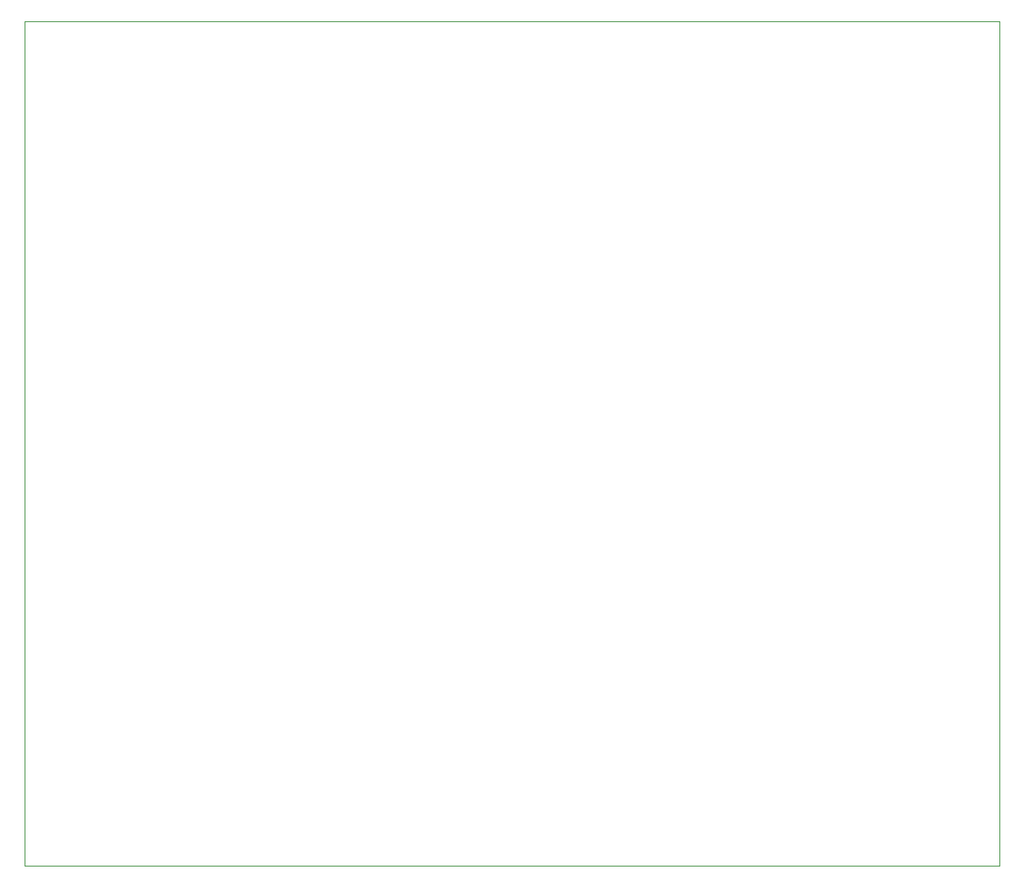
<source format=gbr>
%TF.GenerationSoftware,KiCad,Pcbnew,7.0.5*%
%TF.CreationDate,2023-12-17T15:08:04+05:30*%
%TF.ProjectId,LV conn,4c562063-6f6e-46e2-9e6b-696361645f70,rev?*%
%TF.SameCoordinates,Original*%
%TF.FileFunction,Profile,NP*%
%FSLAX46Y46*%
G04 Gerber Fmt 4.6, Leading zero omitted, Abs format (unit mm)*
G04 Created by KiCad (PCBNEW 7.0.5) date 2023-12-17 15:08:04*
%MOMM*%
%LPD*%
G01*
G04 APERTURE LIST*
%TA.AperFunction,Profile*%
%ADD10C,0.100000*%
%TD*%
G04 APERTURE END LIST*
D10*
X95046800Y-30175200D02*
X195757800Y-30175200D01*
X195757800Y-117449600D01*
X95046800Y-117449600D01*
X95046800Y-30175200D01*
M02*

</source>
